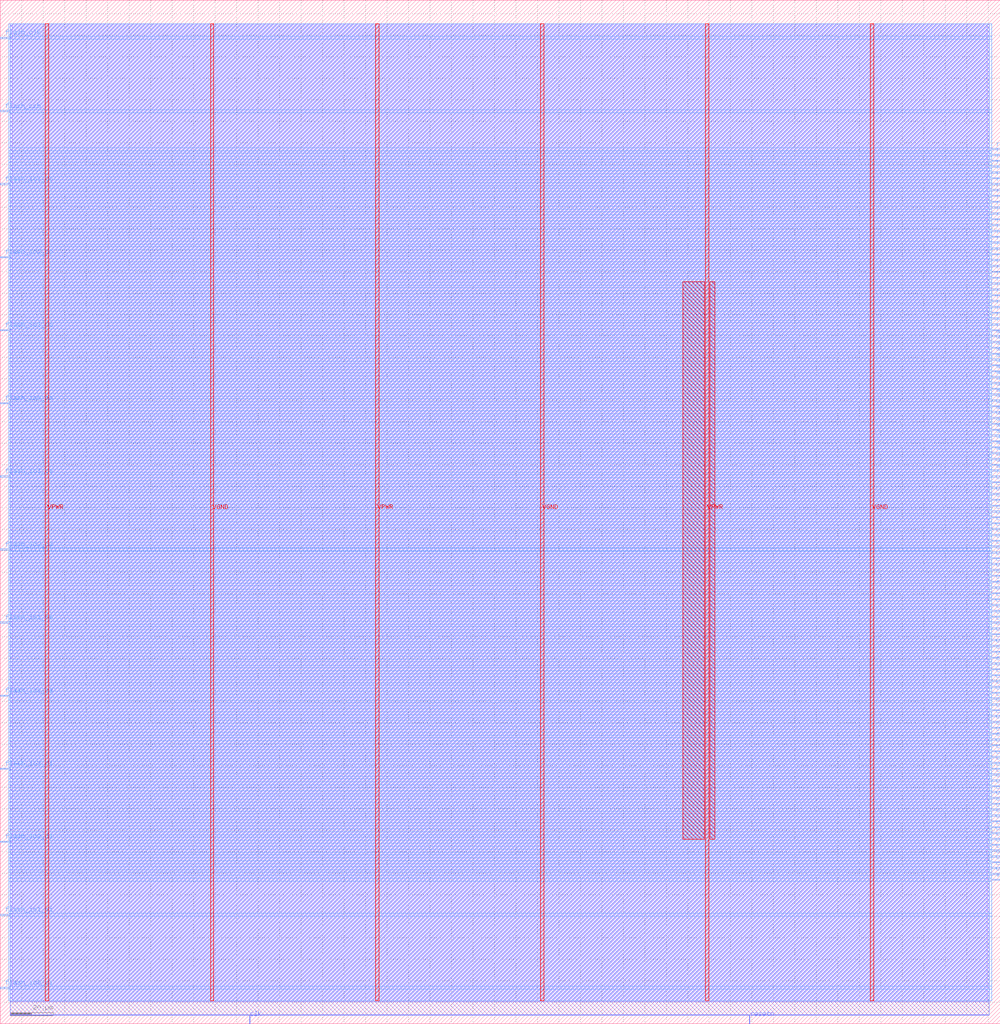
<source format=lef>
VERSION 5.7 ;
  NOWIREEXTENSIONATPIN ON ;
  DIVIDERCHAR "/" ;
  BUSBITCHARS "[]" ;
MACRO spimemio
  CLASS BLOCK ;
  FOREIGN spimemio ;
  ORIGIN 0.000 0.000 ;
  SIZE 465.515 BY 476.235 ;
  PIN VGND
    DIRECTION INOUT ;
    USE GROUND ;
    PORT
      LAYER met4 ;
        RECT 97.840 10.640 99.440 465.360 ;
    END
    PORT
      LAYER met4 ;
        RECT 251.440 10.640 253.040 465.360 ;
    END
    PORT
      LAYER met4 ;
        RECT 405.040 10.640 406.640 465.360 ;
    END
  END VGND
  PIN VPWR
    DIRECTION INOUT ;
    USE POWER ;
    PORT
      LAYER met4 ;
        RECT 21.040 10.640 22.640 465.360 ;
    END
    PORT
      LAYER met4 ;
        RECT 174.640 10.640 176.240 465.360 ;
    END
    PORT
      LAYER met4 ;
        RECT 328.240 10.640 329.840 465.360 ;
    END
  END VPWR
  PIN addr[0]
    DIRECTION INPUT ;
    USE SIGNAL ;
    ANTENNAGATEAREA 0.126000 ;
    PORT
      LAYER met3 ;
        RECT 461.515 257.080 465.515 257.680 ;
    END
  END addr[0]
  PIN addr[10]
    DIRECTION INPUT ;
    USE SIGNAL ;
    ANTENNAGATEAREA 0.213000 ;
    PORT
      LAYER met3 ;
        RECT 461.515 284.280 465.515 284.880 ;
    END
  END addr[10]
  PIN addr[11]
    DIRECTION INPUT ;
    USE SIGNAL ;
    ANTENNAGATEAREA 0.213000 ;
    PORT
      LAYER met3 ;
        RECT 461.515 287.000 465.515 287.600 ;
    END
  END addr[11]
  PIN addr[12]
    DIRECTION INPUT ;
    USE SIGNAL ;
    ANTENNAGATEAREA 0.213000 ;
    PORT
      LAYER met3 ;
        RECT 461.515 289.720 465.515 290.320 ;
    END
  END addr[12]
  PIN addr[13]
    DIRECTION INPUT ;
    USE SIGNAL ;
    ANTENNAGATEAREA 0.159000 ;
    PORT
      LAYER met3 ;
        RECT 461.515 292.440 465.515 293.040 ;
    END
  END addr[13]
  PIN addr[14]
    DIRECTION INPUT ;
    USE SIGNAL ;
    ANTENNAGATEAREA 0.159000 ;
    PORT
      LAYER met3 ;
        RECT 461.515 295.160 465.515 295.760 ;
    END
  END addr[14]
  PIN addr[15]
    DIRECTION INPUT ;
    USE SIGNAL ;
    ANTENNAGATEAREA 0.159000 ;
    PORT
      LAYER met3 ;
        RECT 461.515 297.880 465.515 298.480 ;
    END
  END addr[15]
  PIN addr[16]
    DIRECTION INPUT ;
    USE SIGNAL ;
    ANTENNAGATEAREA 0.159000 ;
    PORT
      LAYER met3 ;
        RECT 461.515 300.600 465.515 301.200 ;
    END
  END addr[16]
  PIN addr[17]
    DIRECTION INPUT ;
    USE SIGNAL ;
    ANTENNAGATEAREA 0.159000 ;
    PORT
      LAYER met3 ;
        RECT 461.515 303.320 465.515 303.920 ;
    END
  END addr[17]
  PIN addr[18]
    DIRECTION INPUT ;
    USE SIGNAL ;
    ANTENNAGATEAREA 0.213000 ;
    PORT
      LAYER met3 ;
        RECT 461.515 306.040 465.515 306.640 ;
    END
  END addr[18]
  PIN addr[19]
    DIRECTION INPUT ;
    USE SIGNAL ;
    ANTENNAGATEAREA 0.159000 ;
    PORT
      LAYER met3 ;
        RECT 461.515 308.760 465.515 309.360 ;
    END
  END addr[19]
  PIN addr[1]
    DIRECTION INPUT ;
    USE SIGNAL ;
    ANTENNAGATEAREA 0.126000 ;
    PORT
      LAYER met3 ;
        RECT 461.515 259.800 465.515 260.400 ;
    END
  END addr[1]
  PIN addr[20]
    DIRECTION INPUT ;
    USE SIGNAL ;
    ANTENNAGATEAREA 0.213000 ;
    PORT
      LAYER met3 ;
        RECT 461.515 311.480 465.515 312.080 ;
    END
  END addr[20]
  PIN addr[21]
    DIRECTION INPUT ;
    USE SIGNAL ;
    ANTENNAGATEAREA 0.213000 ;
    PORT
      LAYER met3 ;
        RECT 461.515 314.200 465.515 314.800 ;
    END
  END addr[21]
  PIN addr[22]
    DIRECTION INPUT ;
    USE SIGNAL ;
    ANTENNAGATEAREA 0.159000 ;
    PORT
      LAYER met3 ;
        RECT 461.515 316.920 465.515 317.520 ;
    END
  END addr[22]
  PIN addr[23]
    DIRECTION INPUT ;
    USE SIGNAL ;
    ANTENNAGATEAREA 0.159000 ;
    PORT
      LAYER met3 ;
        RECT 461.515 319.640 465.515 320.240 ;
    END
  END addr[23]
  PIN addr[2]
    DIRECTION INPUT ;
    USE SIGNAL ;
    ANTENNAGATEAREA 0.159000 ;
    PORT
      LAYER met3 ;
        RECT 461.515 262.520 465.515 263.120 ;
    END
  END addr[2]
  PIN addr[3]
    DIRECTION INPUT ;
    USE SIGNAL ;
    ANTENNAGATEAREA 0.159000 ;
    PORT
      LAYER met3 ;
        RECT 461.515 265.240 465.515 265.840 ;
    END
  END addr[3]
  PIN addr[4]
    DIRECTION INPUT ;
    USE SIGNAL ;
    ANTENNAGATEAREA 0.213000 ;
    PORT
      LAYER met3 ;
        RECT 461.515 267.960 465.515 268.560 ;
    END
  END addr[4]
  PIN addr[5]
    DIRECTION INPUT ;
    USE SIGNAL ;
    ANTENNAGATEAREA 0.159000 ;
    PORT
      LAYER met3 ;
        RECT 461.515 270.680 465.515 271.280 ;
    END
  END addr[5]
  PIN addr[6]
    DIRECTION INPUT ;
    USE SIGNAL ;
    ANTENNAGATEAREA 0.159000 ;
    PORT
      LAYER met3 ;
        RECT 461.515 273.400 465.515 274.000 ;
    END
  END addr[6]
  PIN addr[7]
    DIRECTION INPUT ;
    USE SIGNAL ;
    ANTENNAGATEAREA 0.159000 ;
    PORT
      LAYER met3 ;
        RECT 461.515 276.120 465.515 276.720 ;
    END
  END addr[7]
  PIN addr[8]
    DIRECTION INPUT ;
    USE SIGNAL ;
    ANTENNAGATEAREA 0.159000 ;
    PORT
      LAYER met3 ;
        RECT 461.515 278.840 465.515 279.440 ;
    END
  END addr[8]
  PIN addr[9]
    DIRECTION INPUT ;
    USE SIGNAL ;
    ANTENNAGATEAREA 0.213000 ;
    PORT
      LAYER met3 ;
        RECT 461.515 281.560 465.515 282.160 ;
    END
  END addr[9]
  PIN cfgreg_di[0]
    DIRECTION INPUT ;
    USE SIGNAL ;
    ANTENNAGATEAREA 0.196500 ;
    PORT
      LAYER met3 ;
        RECT 461.515 80.280 465.515 80.880 ;
    END
  END cfgreg_di[0]
  PIN cfgreg_di[10]
    DIRECTION INPUT ;
    USE SIGNAL ;
    ANTENNAGATEAREA 0.196500 ;
    PORT
      LAYER met3 ;
        RECT 461.515 107.480 465.515 108.080 ;
    END
  END cfgreg_di[10]
  PIN cfgreg_di[11]
    DIRECTION INPUT ;
    USE SIGNAL ;
    ANTENNAGATEAREA 0.196500 ;
    PORT
      LAYER met3 ;
        RECT 461.515 110.200 465.515 110.800 ;
    END
  END cfgreg_di[11]
  PIN cfgreg_di[12]
    DIRECTION INPUT ;
    USE SIGNAL ;
    PORT
      LAYER met3 ;
        RECT 461.515 112.920 465.515 113.520 ;
    END
  END cfgreg_di[12]
  PIN cfgreg_di[13]
    DIRECTION INPUT ;
    USE SIGNAL ;
    PORT
      LAYER met3 ;
        RECT 461.515 115.640 465.515 116.240 ;
    END
  END cfgreg_di[13]
  PIN cfgreg_di[14]
    DIRECTION INPUT ;
    USE SIGNAL ;
    PORT
      LAYER met3 ;
        RECT 461.515 118.360 465.515 118.960 ;
    END
  END cfgreg_di[14]
  PIN cfgreg_di[15]
    DIRECTION INPUT ;
    USE SIGNAL ;
    PORT
      LAYER met3 ;
        RECT 461.515 121.080 465.515 121.680 ;
    END
  END cfgreg_di[15]
  PIN cfgreg_di[16]
    DIRECTION INPUT ;
    USE SIGNAL ;
    ANTENNAGATEAREA 0.196500 ;
    PORT
      LAYER met3 ;
        RECT 461.515 123.800 465.515 124.400 ;
    END
  END cfgreg_di[16]
  PIN cfgreg_di[17]
    DIRECTION INPUT ;
    USE SIGNAL ;
    ANTENNAGATEAREA 0.196500 ;
    PORT
      LAYER met3 ;
        RECT 461.515 126.520 465.515 127.120 ;
    END
  END cfgreg_di[17]
  PIN cfgreg_di[18]
    DIRECTION INPUT ;
    USE SIGNAL ;
    ANTENNAGATEAREA 0.196500 ;
    PORT
      LAYER met3 ;
        RECT 461.515 129.240 465.515 129.840 ;
    END
  END cfgreg_di[18]
  PIN cfgreg_di[19]
    DIRECTION INPUT ;
    USE SIGNAL ;
    ANTENNAGATEAREA 0.196500 ;
    PORT
      LAYER met3 ;
        RECT 461.515 131.960 465.515 132.560 ;
    END
  END cfgreg_di[19]
  PIN cfgreg_di[1]
    DIRECTION INPUT ;
    USE SIGNAL ;
    ANTENNAGATEAREA 0.196500 ;
    PORT
      LAYER met3 ;
        RECT 461.515 83.000 465.515 83.600 ;
    END
  END cfgreg_di[1]
  PIN cfgreg_di[20]
    DIRECTION INPUT ;
    USE SIGNAL ;
    ANTENNAGATEAREA 0.196500 ;
    PORT
      LAYER met3 ;
        RECT 461.515 134.680 465.515 135.280 ;
    END
  END cfgreg_di[20]
  PIN cfgreg_di[21]
    DIRECTION INPUT ;
    USE SIGNAL ;
    ANTENNAGATEAREA 0.196500 ;
    PORT
      LAYER met3 ;
        RECT 461.515 137.400 465.515 138.000 ;
    END
  END cfgreg_di[21]
  PIN cfgreg_di[22]
    DIRECTION INPUT ;
    USE SIGNAL ;
    ANTENNAGATEAREA 0.196500 ;
    PORT
      LAYER met3 ;
        RECT 461.515 140.120 465.515 140.720 ;
    END
  END cfgreg_di[22]
  PIN cfgreg_di[23]
    DIRECTION INPUT ;
    USE SIGNAL ;
    PORT
      LAYER met3 ;
        RECT 461.515 142.840 465.515 143.440 ;
    END
  END cfgreg_di[23]
  PIN cfgreg_di[24]
    DIRECTION INPUT ;
    USE SIGNAL ;
    PORT
      LAYER met3 ;
        RECT 461.515 145.560 465.515 146.160 ;
    END
  END cfgreg_di[24]
  PIN cfgreg_di[25]
    DIRECTION INPUT ;
    USE SIGNAL ;
    PORT
      LAYER met3 ;
        RECT 461.515 148.280 465.515 148.880 ;
    END
  END cfgreg_di[25]
  PIN cfgreg_di[26]
    DIRECTION INPUT ;
    USE SIGNAL ;
    PORT
      LAYER met3 ;
        RECT 461.515 151.000 465.515 151.600 ;
    END
  END cfgreg_di[26]
  PIN cfgreg_di[27]
    DIRECTION INPUT ;
    USE SIGNAL ;
    PORT
      LAYER met3 ;
        RECT 461.515 153.720 465.515 154.320 ;
    END
  END cfgreg_di[27]
  PIN cfgreg_di[28]
    DIRECTION INPUT ;
    USE SIGNAL ;
    PORT
      LAYER met3 ;
        RECT 461.515 156.440 465.515 157.040 ;
    END
  END cfgreg_di[28]
  PIN cfgreg_di[29]
    DIRECTION INPUT ;
    USE SIGNAL ;
    PORT
      LAYER met3 ;
        RECT 461.515 159.160 465.515 159.760 ;
    END
  END cfgreg_di[29]
  PIN cfgreg_di[2]
    DIRECTION INPUT ;
    USE SIGNAL ;
    ANTENNAGATEAREA 0.196500 ;
    PORT
      LAYER met3 ;
        RECT 461.515 85.720 465.515 86.320 ;
    END
  END cfgreg_di[2]
  PIN cfgreg_di[30]
    DIRECTION INPUT ;
    USE SIGNAL ;
    PORT
      LAYER met3 ;
        RECT 461.515 161.880 465.515 162.480 ;
    END
  END cfgreg_di[30]
  PIN cfgreg_di[31]
    DIRECTION INPUT ;
    USE SIGNAL ;
    ANTENNAGATEAREA 0.196500 ;
    PORT
      LAYER met3 ;
        RECT 461.515 164.600 465.515 165.200 ;
    END
  END cfgreg_di[31]
  PIN cfgreg_di[3]
    DIRECTION INPUT ;
    USE SIGNAL ;
    ANTENNAGATEAREA 0.196500 ;
    PORT
      LAYER met3 ;
        RECT 461.515 88.440 465.515 89.040 ;
    END
  END cfgreg_di[3]
  PIN cfgreg_di[4]
    DIRECTION INPUT ;
    USE SIGNAL ;
    ANTENNAGATEAREA 0.196500 ;
    PORT
      LAYER met3 ;
        RECT 461.515 91.160 465.515 91.760 ;
    END
  END cfgreg_di[4]
  PIN cfgreg_di[5]
    DIRECTION INPUT ;
    USE SIGNAL ;
    ANTENNAGATEAREA 0.196500 ;
    PORT
      LAYER met3 ;
        RECT 461.515 93.880 465.515 94.480 ;
    END
  END cfgreg_di[5]
  PIN cfgreg_di[6]
    DIRECTION INPUT ;
    USE SIGNAL ;
    PORT
      LAYER met3 ;
        RECT 461.515 96.600 465.515 97.200 ;
    END
  END cfgreg_di[6]
  PIN cfgreg_di[7]
    DIRECTION INPUT ;
    USE SIGNAL ;
    PORT
      LAYER met3 ;
        RECT 461.515 99.320 465.515 99.920 ;
    END
  END cfgreg_di[7]
  PIN cfgreg_di[8]
    DIRECTION INPUT ;
    USE SIGNAL ;
    ANTENNAGATEAREA 0.196500 ;
    PORT
      LAYER met3 ;
        RECT 461.515 102.040 465.515 102.640 ;
    END
  END cfgreg_di[8]
  PIN cfgreg_di[9]
    DIRECTION INPUT ;
    USE SIGNAL ;
    ANTENNAGATEAREA 0.196500 ;
    PORT
      LAYER met3 ;
        RECT 461.515 104.760 465.515 105.360 ;
    END
  END cfgreg_di[9]
  PIN cfgreg_do[0]
    DIRECTION OUTPUT TRISTATE ;
    USE SIGNAL ;
    ANTENNADIFFAREA 0.340600 ;
    PORT
      LAYER met3 ;
        RECT 461.515 167.320 465.515 167.920 ;
    END
  END cfgreg_do[0]
  PIN cfgreg_do[10]
    DIRECTION OUTPUT TRISTATE ;
    USE SIGNAL ;
    ANTENNADIFFAREA 0.340600 ;
    PORT
      LAYER met3 ;
        RECT 461.515 194.520 465.515 195.120 ;
    END
  END cfgreg_do[10]
  PIN cfgreg_do[11]
    DIRECTION OUTPUT TRISTATE ;
    USE SIGNAL ;
    ANTENNADIFFAREA 0.340600 ;
    PORT
      LAYER met3 ;
        RECT 461.515 197.240 465.515 197.840 ;
    END
  END cfgreg_do[11]
  PIN cfgreg_do[12]
    DIRECTION OUTPUT TRISTATE ;
    USE SIGNAL ;
    PORT
      LAYER met3 ;
        RECT 461.515 199.960 465.515 200.560 ;
    END
  END cfgreg_do[12]
  PIN cfgreg_do[13]
    DIRECTION OUTPUT TRISTATE ;
    USE SIGNAL ;
    PORT
      LAYER met3 ;
        RECT 461.515 202.680 465.515 203.280 ;
    END
  END cfgreg_do[13]
  PIN cfgreg_do[14]
    DIRECTION OUTPUT TRISTATE ;
    USE SIGNAL ;
    PORT
      LAYER met3 ;
        RECT 461.515 205.400 465.515 206.000 ;
    END
  END cfgreg_do[14]
  PIN cfgreg_do[15]
    DIRECTION OUTPUT TRISTATE ;
    USE SIGNAL ;
    PORT
      LAYER met3 ;
        RECT 461.515 208.120 465.515 208.720 ;
    END
  END cfgreg_do[15]
  PIN cfgreg_do[16]
    DIRECTION OUTPUT TRISTATE ;
    USE SIGNAL ;
    ANTENNADIFFAREA 0.340600 ;
    PORT
      LAYER met3 ;
        RECT 461.515 210.840 465.515 211.440 ;
    END
  END cfgreg_do[16]
  PIN cfgreg_do[17]
    DIRECTION OUTPUT TRISTATE ;
    USE SIGNAL ;
    ANTENNADIFFAREA 0.340600 ;
    PORT
      LAYER met3 ;
        RECT 461.515 213.560 465.515 214.160 ;
    END
  END cfgreg_do[17]
  PIN cfgreg_do[18]
    DIRECTION OUTPUT TRISTATE ;
    USE SIGNAL ;
    ANTENNADIFFAREA 0.340600 ;
    PORT
      LAYER met3 ;
        RECT 461.515 216.280 465.515 216.880 ;
    END
  END cfgreg_do[18]
  PIN cfgreg_do[19]
    DIRECTION OUTPUT TRISTATE ;
    USE SIGNAL ;
    ANTENNADIFFAREA 0.340600 ;
    PORT
      LAYER met3 ;
        RECT 461.515 219.000 465.515 219.600 ;
    END
  END cfgreg_do[19]
  PIN cfgreg_do[1]
    DIRECTION OUTPUT TRISTATE ;
    USE SIGNAL ;
    ANTENNADIFFAREA 0.340600 ;
    PORT
      LAYER met3 ;
        RECT 461.515 170.040 465.515 170.640 ;
    END
  END cfgreg_do[1]
  PIN cfgreg_do[20]
    DIRECTION OUTPUT TRISTATE ;
    USE SIGNAL ;
    ANTENNADIFFAREA 0.340600 ;
    PORT
      LAYER met3 ;
        RECT 461.515 221.720 465.515 222.320 ;
    END
  END cfgreg_do[20]
  PIN cfgreg_do[21]
    DIRECTION OUTPUT TRISTATE ;
    USE SIGNAL ;
    ANTENNADIFFAREA 0.340600 ;
    PORT
      LAYER met3 ;
        RECT 461.515 224.440 465.515 225.040 ;
    END
  END cfgreg_do[21]
  PIN cfgreg_do[22]
    DIRECTION OUTPUT TRISTATE ;
    USE SIGNAL ;
    ANTENNADIFFAREA 0.340600 ;
    PORT
      LAYER met3 ;
        RECT 461.515 227.160 465.515 227.760 ;
    END
  END cfgreg_do[22]
  PIN cfgreg_do[23]
    DIRECTION OUTPUT TRISTATE ;
    USE SIGNAL ;
    PORT
      LAYER met3 ;
        RECT 461.515 229.880 465.515 230.480 ;
    END
  END cfgreg_do[23]
  PIN cfgreg_do[24]
    DIRECTION OUTPUT TRISTATE ;
    USE SIGNAL ;
    PORT
      LAYER met3 ;
        RECT 461.515 232.600 465.515 233.200 ;
    END
  END cfgreg_do[24]
  PIN cfgreg_do[25]
    DIRECTION OUTPUT TRISTATE ;
    USE SIGNAL ;
    PORT
      LAYER met3 ;
        RECT 461.515 235.320 465.515 235.920 ;
    END
  END cfgreg_do[25]
  PIN cfgreg_do[26]
    DIRECTION OUTPUT TRISTATE ;
    USE SIGNAL ;
    PORT
      LAYER met3 ;
        RECT 461.515 238.040 465.515 238.640 ;
    END
  END cfgreg_do[26]
  PIN cfgreg_do[27]
    DIRECTION OUTPUT TRISTATE ;
    USE SIGNAL ;
    PORT
      LAYER met3 ;
        RECT 461.515 240.760 465.515 241.360 ;
    END
  END cfgreg_do[27]
  PIN cfgreg_do[28]
    DIRECTION OUTPUT TRISTATE ;
    USE SIGNAL ;
    PORT
      LAYER met3 ;
        RECT 461.515 243.480 465.515 244.080 ;
    END
  END cfgreg_do[28]
  PIN cfgreg_do[29]
    DIRECTION OUTPUT TRISTATE ;
    USE SIGNAL ;
    PORT
      LAYER met3 ;
        RECT 461.515 246.200 465.515 246.800 ;
    END
  END cfgreg_do[29]
  PIN cfgreg_do[2]
    DIRECTION OUTPUT TRISTATE ;
    USE SIGNAL ;
    ANTENNADIFFAREA 0.340600 ;
    PORT
      LAYER met3 ;
        RECT 461.515 172.760 465.515 173.360 ;
    END
  END cfgreg_do[2]
  PIN cfgreg_do[30]
    DIRECTION OUTPUT TRISTATE ;
    USE SIGNAL ;
    PORT
      LAYER met3 ;
        RECT 461.515 248.920 465.515 249.520 ;
    END
  END cfgreg_do[30]
  PIN cfgreg_do[31]
    DIRECTION OUTPUT TRISTATE ;
    USE SIGNAL ;
    ANTENNADIFFAREA 0.340600 ;
    PORT
      LAYER met3 ;
        RECT 461.515 251.640 465.515 252.240 ;
    END
  END cfgreg_do[31]
  PIN cfgreg_do[3]
    DIRECTION OUTPUT TRISTATE ;
    USE SIGNAL ;
    ANTENNADIFFAREA 0.340600 ;
    PORT
      LAYER met3 ;
        RECT 461.515 175.480 465.515 176.080 ;
    END
  END cfgreg_do[3]
  PIN cfgreg_do[4]
    DIRECTION OUTPUT TRISTATE ;
    USE SIGNAL ;
    ANTENNADIFFAREA 0.340600 ;
    PORT
      LAYER met3 ;
        RECT 461.515 178.200 465.515 178.800 ;
    END
  END cfgreg_do[4]
  PIN cfgreg_do[5]
    DIRECTION OUTPUT TRISTATE ;
    USE SIGNAL ;
    ANTENNADIFFAREA 0.340600 ;
    PORT
      LAYER met3 ;
        RECT 461.515 180.920 465.515 181.520 ;
    END
  END cfgreg_do[5]
  PIN cfgreg_do[6]
    DIRECTION OUTPUT TRISTATE ;
    USE SIGNAL ;
    PORT
      LAYER met3 ;
        RECT 461.515 183.640 465.515 184.240 ;
    END
  END cfgreg_do[6]
  PIN cfgreg_do[7]
    DIRECTION OUTPUT TRISTATE ;
    USE SIGNAL ;
    PORT
      LAYER met3 ;
        RECT 461.515 186.360 465.515 186.960 ;
    END
  END cfgreg_do[7]
  PIN cfgreg_do[8]
    DIRECTION OUTPUT TRISTATE ;
    USE SIGNAL ;
    ANTENNADIFFAREA 0.340600 ;
    PORT
      LAYER met3 ;
        RECT 461.515 189.080 465.515 189.680 ;
    END
  END cfgreg_do[8]
  PIN cfgreg_do[9]
    DIRECTION OUTPUT TRISTATE ;
    USE SIGNAL ;
    ANTENNADIFFAREA 0.340600 ;
    PORT
      LAYER met3 ;
        RECT 461.515 191.800 465.515 192.400 ;
    END
  END cfgreg_do[9]
  PIN cfgreg_we[0]
    DIRECTION INPUT ;
    USE SIGNAL ;
    ANTENNAGATEAREA 0.159000 ;
    PORT
      LAYER met3 ;
        RECT 461.515 69.400 465.515 70.000 ;
    END
  END cfgreg_we[0]
  PIN cfgreg_we[1]
    DIRECTION INPUT ;
    USE SIGNAL ;
    ANTENNAGATEAREA 0.213000 ;
    PORT
      LAYER met3 ;
        RECT 461.515 72.120 465.515 72.720 ;
    END
  END cfgreg_we[1]
  PIN cfgreg_we[2]
    DIRECTION INPUT ;
    USE SIGNAL ;
    ANTENNAGATEAREA 0.213000 ;
    PORT
      LAYER met3 ;
        RECT 461.515 74.840 465.515 75.440 ;
    END
  END cfgreg_we[2]
  PIN cfgreg_we[3]
    DIRECTION INPUT ;
    USE SIGNAL ;
    ANTENNAGATEAREA 0.126000 ;
    PORT
      LAYER met3 ;
        RECT 461.515 77.560 465.515 78.160 ;
    END
  END cfgreg_we[3]
  PIN clk
    DIRECTION INPUT ;
    USE SIGNAL ;
    ANTENNAGATEAREA 0.852000 ;
    PORT
      LAYER met2 ;
        RECT 116.010 0.000 116.290 4.000 ;
    END
  END clk
  PIN flash_clk
    DIRECTION OUTPUT TRISTATE ;
    USE SIGNAL ;
    ANTENNADIFFAREA 0.340600 ;
    PORT
      LAYER met3 ;
        RECT 0.000 458.360 4.000 458.960 ;
    END
  END flash_clk
  PIN flash_csb
    DIRECTION OUTPUT TRISTATE ;
    USE SIGNAL ;
    ANTENNADIFFAREA 0.340600 ;
    PORT
      LAYER met3 ;
        RECT 0.000 424.360 4.000 424.960 ;
    END
  END flash_csb
  PIN flash_io0_di
    DIRECTION INPUT ;
    USE SIGNAL ;
    ANTENNAGATEAREA 0.426000 ;
    PORT
      LAYER met3 ;
        RECT 0.000 16.360 4.000 16.960 ;
    END
  END flash_io0_di
  PIN flash_io0_do
    DIRECTION OUTPUT TRISTATE ;
    USE SIGNAL ;
    ANTENNADIFFAREA 0.340600 ;
    PORT
      LAYER met3 ;
        RECT 0.000 288.360 4.000 288.960 ;
    END
  END flash_io0_do
  PIN flash_io0_oe
    DIRECTION OUTPUT TRISTATE ;
    USE SIGNAL ;
    ANTENNADIFFAREA 0.340600 ;
    PORT
      LAYER met3 ;
        RECT 0.000 152.360 4.000 152.960 ;
    END
  END flash_io0_oe
  PIN flash_io1_di
    DIRECTION INPUT ;
    USE SIGNAL ;
    ANTENNAGATEAREA 0.426000 ;
    PORT
      LAYER met3 ;
        RECT 0.000 50.360 4.000 50.960 ;
    END
  END flash_io1_di
  PIN flash_io1_do
    DIRECTION OUTPUT TRISTATE ;
    USE SIGNAL ;
    ANTENNADIFFAREA 0.340600 ;
    PORT
      LAYER met3 ;
        RECT 0.000 322.360 4.000 322.960 ;
    END
  END flash_io1_do
  PIN flash_io1_oe
    DIRECTION OUTPUT TRISTATE ;
    USE SIGNAL ;
    ANTENNADIFFAREA 0.340600 ;
    PORT
      LAYER met3 ;
        RECT 0.000 186.360 4.000 186.960 ;
    END
  END flash_io1_oe
  PIN flash_io2_di
    DIRECTION INPUT ;
    USE SIGNAL ;
    ANTENNAGATEAREA 0.426000 ;
    PORT
      LAYER met3 ;
        RECT 0.000 84.360 4.000 84.960 ;
    END
  END flash_io2_di
  PIN flash_io2_do
    DIRECTION OUTPUT TRISTATE ;
    USE SIGNAL ;
    ANTENNADIFFAREA 0.340600 ;
    PORT
      LAYER met3 ;
        RECT 0.000 356.360 4.000 356.960 ;
    END
  END flash_io2_do
  PIN flash_io2_oe
    DIRECTION OUTPUT TRISTATE ;
    USE SIGNAL ;
    ANTENNADIFFAREA 0.340600 ;
    PORT
      LAYER met3 ;
        RECT 0.000 220.360 4.000 220.960 ;
    END
  END flash_io2_oe
  PIN flash_io3_di
    DIRECTION INPUT ;
    USE SIGNAL ;
    ANTENNAGATEAREA 0.247500 ;
    PORT
      LAYER met3 ;
        RECT 0.000 118.360 4.000 118.960 ;
    END
  END flash_io3_di
  PIN flash_io3_do
    DIRECTION OUTPUT TRISTATE ;
    USE SIGNAL ;
    ANTENNADIFFAREA 0.340600 ;
    PORT
      LAYER met3 ;
        RECT 0.000 390.360 4.000 390.960 ;
    END
  END flash_io3_do
  PIN flash_io3_oe
    DIRECTION OUTPUT TRISTATE ;
    USE SIGNAL ;
    ANTENNADIFFAREA 0.340600 ;
    PORT
      LAYER met3 ;
        RECT 0.000 254.360 4.000 254.960 ;
    END
  END flash_io3_oe
  PIN rdata[0]
    DIRECTION OUTPUT TRISTATE ;
    USE SIGNAL ;
    ANTENNADIFFAREA 0.340600 ;
    PORT
      LAYER met3 ;
        RECT 461.515 322.360 465.515 322.960 ;
    END
  END rdata[0]
  PIN rdata[10]
    DIRECTION OUTPUT TRISTATE ;
    USE SIGNAL ;
    ANTENNADIFFAREA 0.340600 ;
    PORT
      LAYER met3 ;
        RECT 461.515 349.560 465.515 350.160 ;
    END
  END rdata[10]
  PIN rdata[11]
    DIRECTION OUTPUT TRISTATE ;
    USE SIGNAL ;
    ANTENNADIFFAREA 0.340600 ;
    PORT
      LAYER met3 ;
        RECT 461.515 352.280 465.515 352.880 ;
    END
  END rdata[11]
  PIN rdata[12]
    DIRECTION OUTPUT TRISTATE ;
    USE SIGNAL ;
    ANTENNADIFFAREA 0.340600 ;
    PORT
      LAYER met3 ;
        RECT 461.515 355.000 465.515 355.600 ;
    END
  END rdata[12]
  PIN rdata[13]
    DIRECTION OUTPUT TRISTATE ;
    USE SIGNAL ;
    ANTENNADIFFAREA 0.340600 ;
    PORT
      LAYER met3 ;
        RECT 461.515 357.720 465.515 358.320 ;
    END
  END rdata[13]
  PIN rdata[14]
    DIRECTION OUTPUT TRISTATE ;
    USE SIGNAL ;
    ANTENNADIFFAREA 0.340600 ;
    PORT
      LAYER met3 ;
        RECT 461.515 360.440 465.515 361.040 ;
    END
  END rdata[14]
  PIN rdata[15]
    DIRECTION OUTPUT TRISTATE ;
    USE SIGNAL ;
    ANTENNADIFFAREA 0.340600 ;
    PORT
      LAYER met3 ;
        RECT 461.515 363.160 465.515 363.760 ;
    END
  END rdata[15]
  PIN rdata[16]
    DIRECTION OUTPUT TRISTATE ;
    USE SIGNAL ;
    ANTENNADIFFAREA 0.340600 ;
    PORT
      LAYER met3 ;
        RECT 461.515 365.880 465.515 366.480 ;
    END
  END rdata[16]
  PIN rdata[17]
    DIRECTION OUTPUT TRISTATE ;
    USE SIGNAL ;
    ANTENNADIFFAREA 0.340600 ;
    PORT
      LAYER met3 ;
        RECT 461.515 368.600 465.515 369.200 ;
    END
  END rdata[17]
  PIN rdata[18]
    DIRECTION OUTPUT TRISTATE ;
    USE SIGNAL ;
    ANTENNADIFFAREA 0.340600 ;
    PORT
      LAYER met3 ;
        RECT 461.515 371.320 465.515 371.920 ;
    END
  END rdata[18]
  PIN rdata[19]
    DIRECTION OUTPUT TRISTATE ;
    USE SIGNAL ;
    ANTENNADIFFAREA 0.340600 ;
    PORT
      LAYER met3 ;
        RECT 461.515 374.040 465.515 374.640 ;
    END
  END rdata[19]
  PIN rdata[1]
    DIRECTION OUTPUT TRISTATE ;
    USE SIGNAL ;
    ANTENNADIFFAREA 0.340600 ;
    PORT
      LAYER met3 ;
        RECT 461.515 325.080 465.515 325.680 ;
    END
  END rdata[1]
  PIN rdata[20]
    DIRECTION OUTPUT TRISTATE ;
    USE SIGNAL ;
    ANTENNADIFFAREA 0.340600 ;
    PORT
      LAYER met3 ;
        RECT 461.515 376.760 465.515 377.360 ;
    END
  END rdata[20]
  PIN rdata[21]
    DIRECTION OUTPUT TRISTATE ;
    USE SIGNAL ;
    ANTENNADIFFAREA 0.340600 ;
    PORT
      LAYER met3 ;
        RECT 461.515 379.480 465.515 380.080 ;
    END
  END rdata[21]
  PIN rdata[22]
    DIRECTION OUTPUT TRISTATE ;
    USE SIGNAL ;
    ANTENNADIFFAREA 0.340600 ;
    PORT
      LAYER met3 ;
        RECT 461.515 382.200 465.515 382.800 ;
    END
  END rdata[22]
  PIN rdata[23]
    DIRECTION OUTPUT TRISTATE ;
    USE SIGNAL ;
    ANTENNADIFFAREA 0.340600 ;
    PORT
      LAYER met3 ;
        RECT 461.515 384.920 465.515 385.520 ;
    END
  END rdata[23]
  PIN rdata[24]
    DIRECTION OUTPUT TRISTATE ;
    USE SIGNAL ;
    ANTENNADIFFAREA 0.340600 ;
    PORT
      LAYER met3 ;
        RECT 461.515 387.640 465.515 388.240 ;
    END
  END rdata[24]
  PIN rdata[25]
    DIRECTION OUTPUT TRISTATE ;
    USE SIGNAL ;
    ANTENNADIFFAREA 0.340600 ;
    PORT
      LAYER met3 ;
        RECT 461.515 390.360 465.515 390.960 ;
    END
  END rdata[25]
  PIN rdata[26]
    DIRECTION OUTPUT TRISTATE ;
    USE SIGNAL ;
    ANTENNADIFFAREA 0.340600 ;
    PORT
      LAYER met3 ;
        RECT 461.515 393.080 465.515 393.680 ;
    END
  END rdata[26]
  PIN rdata[27]
    DIRECTION OUTPUT TRISTATE ;
    USE SIGNAL ;
    ANTENNADIFFAREA 0.340600 ;
    PORT
      LAYER met3 ;
        RECT 461.515 395.800 465.515 396.400 ;
    END
  END rdata[27]
  PIN rdata[28]
    DIRECTION OUTPUT TRISTATE ;
    USE SIGNAL ;
    ANTENNADIFFAREA 0.340600 ;
    PORT
      LAYER met3 ;
        RECT 461.515 398.520 465.515 399.120 ;
    END
  END rdata[28]
  PIN rdata[29]
    DIRECTION OUTPUT TRISTATE ;
    USE SIGNAL ;
    ANTENNADIFFAREA 0.340600 ;
    PORT
      LAYER met3 ;
        RECT 461.515 401.240 465.515 401.840 ;
    END
  END rdata[29]
  PIN rdata[2]
    DIRECTION OUTPUT TRISTATE ;
    USE SIGNAL ;
    ANTENNADIFFAREA 0.340600 ;
    PORT
      LAYER met3 ;
        RECT 461.515 327.800 465.515 328.400 ;
    END
  END rdata[2]
  PIN rdata[30]
    DIRECTION OUTPUT TRISTATE ;
    USE SIGNAL ;
    ANTENNADIFFAREA 0.340600 ;
    PORT
      LAYER met3 ;
        RECT 461.515 403.960 465.515 404.560 ;
    END
  END rdata[30]
  PIN rdata[31]
    DIRECTION OUTPUT TRISTATE ;
    USE SIGNAL ;
    ANTENNADIFFAREA 0.340600 ;
    PORT
      LAYER met3 ;
        RECT 461.515 406.680 465.515 407.280 ;
    END
  END rdata[31]
  PIN rdata[3]
    DIRECTION OUTPUT TRISTATE ;
    USE SIGNAL ;
    ANTENNADIFFAREA 0.340600 ;
    PORT
      LAYER met3 ;
        RECT 461.515 330.520 465.515 331.120 ;
    END
  END rdata[3]
  PIN rdata[4]
    DIRECTION OUTPUT TRISTATE ;
    USE SIGNAL ;
    ANTENNADIFFAREA 0.340600 ;
    PORT
      LAYER met3 ;
        RECT 461.515 333.240 465.515 333.840 ;
    END
  END rdata[4]
  PIN rdata[5]
    DIRECTION OUTPUT TRISTATE ;
    USE SIGNAL ;
    ANTENNADIFFAREA 0.340600 ;
    PORT
      LAYER met3 ;
        RECT 461.515 335.960 465.515 336.560 ;
    END
  END rdata[5]
  PIN rdata[6]
    DIRECTION OUTPUT TRISTATE ;
    USE SIGNAL ;
    ANTENNADIFFAREA 0.340600 ;
    PORT
      LAYER met3 ;
        RECT 461.515 338.680 465.515 339.280 ;
    END
  END rdata[6]
  PIN rdata[7]
    DIRECTION OUTPUT TRISTATE ;
    USE SIGNAL ;
    ANTENNADIFFAREA 0.340600 ;
    PORT
      LAYER met3 ;
        RECT 461.515 341.400 465.515 342.000 ;
    END
  END rdata[7]
  PIN rdata[8]
    DIRECTION OUTPUT TRISTATE ;
    USE SIGNAL ;
    ANTENNADIFFAREA 0.340600 ;
    PORT
      LAYER met3 ;
        RECT 461.515 344.120 465.515 344.720 ;
    END
  END rdata[8]
  PIN rdata[9]
    DIRECTION OUTPUT TRISTATE ;
    USE SIGNAL ;
    ANTENNADIFFAREA 0.340600 ;
    PORT
      LAYER met3 ;
        RECT 461.515 346.840 465.515 347.440 ;
    END
  END rdata[9]
  PIN ready
    DIRECTION OUTPUT TRISTATE ;
    USE SIGNAL ;
    ANTENNADIFFAREA 0.340600 ;
    PORT
      LAYER met3 ;
        RECT 461.515 254.360 465.515 254.960 ;
    END
  END ready
  PIN resetn
    DIRECTION INPUT ;
    USE SIGNAL ;
    ANTENNAGATEAREA 0.213000 ;
    PORT
      LAYER met2 ;
        RECT 348.770 0.000 349.050 4.000 ;
    END
  END resetn
  PIN valid
    DIRECTION INPUT ;
    USE SIGNAL ;
    ANTENNAGATEAREA 0.213000 ;
    PORT
      LAYER met3 ;
        RECT 461.515 66.680 465.515 67.280 ;
    END
  END valid
  OBS
      LAYER li1 ;
        RECT 5.520 10.795 459.540 465.205 ;
      LAYER met1 ;
        RECT 4.670 10.240 460.390 465.360 ;
      LAYER met2 ;
        RECT 4.690 4.280 460.370 465.305 ;
        RECT 4.690 4.000 115.730 4.280 ;
        RECT 116.570 4.000 348.490 4.280 ;
        RECT 349.330 4.000 460.370 4.280 ;
      LAYER met3 ;
        RECT 3.990 459.360 461.515 465.285 ;
        RECT 4.400 457.960 461.515 459.360 ;
        RECT 3.990 425.360 461.515 457.960 ;
        RECT 4.400 423.960 461.515 425.360 ;
        RECT 3.990 407.680 461.515 423.960 ;
        RECT 3.990 406.280 461.115 407.680 ;
        RECT 3.990 404.960 461.515 406.280 ;
        RECT 3.990 403.560 461.115 404.960 ;
        RECT 3.990 402.240 461.515 403.560 ;
        RECT 3.990 400.840 461.115 402.240 ;
        RECT 3.990 399.520 461.515 400.840 ;
        RECT 3.990 398.120 461.115 399.520 ;
        RECT 3.990 396.800 461.515 398.120 ;
        RECT 3.990 395.400 461.115 396.800 ;
        RECT 3.990 394.080 461.515 395.400 ;
        RECT 3.990 392.680 461.115 394.080 ;
        RECT 3.990 391.360 461.515 392.680 ;
        RECT 4.400 389.960 461.115 391.360 ;
        RECT 3.990 388.640 461.515 389.960 ;
        RECT 3.990 387.240 461.115 388.640 ;
        RECT 3.990 385.920 461.515 387.240 ;
        RECT 3.990 384.520 461.115 385.920 ;
        RECT 3.990 383.200 461.515 384.520 ;
        RECT 3.990 381.800 461.115 383.200 ;
        RECT 3.990 380.480 461.515 381.800 ;
        RECT 3.990 379.080 461.115 380.480 ;
        RECT 3.990 377.760 461.515 379.080 ;
        RECT 3.990 376.360 461.115 377.760 ;
        RECT 3.990 375.040 461.515 376.360 ;
        RECT 3.990 373.640 461.115 375.040 ;
        RECT 3.990 372.320 461.515 373.640 ;
        RECT 3.990 370.920 461.115 372.320 ;
        RECT 3.990 369.600 461.515 370.920 ;
        RECT 3.990 368.200 461.115 369.600 ;
        RECT 3.990 366.880 461.515 368.200 ;
        RECT 3.990 365.480 461.115 366.880 ;
        RECT 3.990 364.160 461.515 365.480 ;
        RECT 3.990 362.760 461.115 364.160 ;
        RECT 3.990 361.440 461.515 362.760 ;
        RECT 3.990 360.040 461.115 361.440 ;
        RECT 3.990 358.720 461.515 360.040 ;
        RECT 3.990 357.360 461.115 358.720 ;
        RECT 4.400 357.320 461.115 357.360 ;
        RECT 4.400 356.000 461.515 357.320 ;
        RECT 4.400 355.960 461.115 356.000 ;
        RECT 3.990 354.600 461.115 355.960 ;
        RECT 3.990 353.280 461.515 354.600 ;
        RECT 3.990 351.880 461.115 353.280 ;
        RECT 3.990 350.560 461.515 351.880 ;
        RECT 3.990 349.160 461.115 350.560 ;
        RECT 3.990 347.840 461.515 349.160 ;
        RECT 3.990 346.440 461.115 347.840 ;
        RECT 3.990 345.120 461.515 346.440 ;
        RECT 3.990 343.720 461.115 345.120 ;
        RECT 3.990 342.400 461.515 343.720 ;
        RECT 3.990 341.000 461.115 342.400 ;
        RECT 3.990 339.680 461.515 341.000 ;
        RECT 3.990 338.280 461.115 339.680 ;
        RECT 3.990 336.960 461.515 338.280 ;
        RECT 3.990 335.560 461.115 336.960 ;
        RECT 3.990 334.240 461.515 335.560 ;
        RECT 3.990 332.840 461.115 334.240 ;
        RECT 3.990 331.520 461.515 332.840 ;
        RECT 3.990 330.120 461.115 331.520 ;
        RECT 3.990 328.800 461.515 330.120 ;
        RECT 3.990 327.400 461.115 328.800 ;
        RECT 3.990 326.080 461.515 327.400 ;
        RECT 3.990 324.680 461.115 326.080 ;
        RECT 3.990 323.360 461.515 324.680 ;
        RECT 4.400 321.960 461.115 323.360 ;
        RECT 3.990 320.640 461.515 321.960 ;
        RECT 3.990 319.240 461.115 320.640 ;
        RECT 3.990 317.920 461.515 319.240 ;
        RECT 3.990 316.520 461.115 317.920 ;
        RECT 3.990 315.200 461.515 316.520 ;
        RECT 3.990 313.800 461.115 315.200 ;
        RECT 3.990 312.480 461.515 313.800 ;
        RECT 3.990 311.080 461.115 312.480 ;
        RECT 3.990 309.760 461.515 311.080 ;
        RECT 3.990 308.360 461.115 309.760 ;
        RECT 3.990 307.040 461.515 308.360 ;
        RECT 3.990 305.640 461.115 307.040 ;
        RECT 3.990 304.320 461.515 305.640 ;
        RECT 3.990 302.920 461.115 304.320 ;
        RECT 3.990 301.600 461.515 302.920 ;
        RECT 3.990 300.200 461.115 301.600 ;
        RECT 3.990 298.880 461.515 300.200 ;
        RECT 3.990 297.480 461.115 298.880 ;
        RECT 3.990 296.160 461.515 297.480 ;
        RECT 3.990 294.760 461.115 296.160 ;
        RECT 3.990 293.440 461.515 294.760 ;
        RECT 3.990 292.040 461.115 293.440 ;
        RECT 3.990 290.720 461.515 292.040 ;
        RECT 3.990 289.360 461.115 290.720 ;
        RECT 4.400 289.320 461.115 289.360 ;
        RECT 4.400 288.000 461.515 289.320 ;
        RECT 4.400 287.960 461.115 288.000 ;
        RECT 3.990 286.600 461.115 287.960 ;
        RECT 3.990 285.280 461.515 286.600 ;
        RECT 3.990 283.880 461.115 285.280 ;
        RECT 3.990 282.560 461.515 283.880 ;
        RECT 3.990 281.160 461.115 282.560 ;
        RECT 3.990 279.840 461.515 281.160 ;
        RECT 3.990 278.440 461.115 279.840 ;
        RECT 3.990 277.120 461.515 278.440 ;
        RECT 3.990 275.720 461.115 277.120 ;
        RECT 3.990 274.400 461.515 275.720 ;
        RECT 3.990 273.000 461.115 274.400 ;
        RECT 3.990 271.680 461.515 273.000 ;
        RECT 3.990 270.280 461.115 271.680 ;
        RECT 3.990 268.960 461.515 270.280 ;
        RECT 3.990 267.560 461.115 268.960 ;
        RECT 3.990 266.240 461.515 267.560 ;
        RECT 3.990 264.840 461.115 266.240 ;
        RECT 3.990 263.520 461.515 264.840 ;
        RECT 3.990 262.120 461.115 263.520 ;
        RECT 3.990 260.800 461.515 262.120 ;
        RECT 3.990 259.400 461.115 260.800 ;
        RECT 3.990 258.080 461.515 259.400 ;
        RECT 3.990 256.680 461.115 258.080 ;
        RECT 3.990 255.360 461.515 256.680 ;
        RECT 4.400 253.960 461.115 255.360 ;
        RECT 3.990 252.640 461.515 253.960 ;
        RECT 3.990 251.240 461.115 252.640 ;
        RECT 3.990 249.920 461.515 251.240 ;
        RECT 3.990 248.520 461.115 249.920 ;
        RECT 3.990 247.200 461.515 248.520 ;
        RECT 3.990 245.800 461.115 247.200 ;
        RECT 3.990 244.480 461.515 245.800 ;
        RECT 3.990 243.080 461.115 244.480 ;
        RECT 3.990 241.760 461.515 243.080 ;
        RECT 3.990 240.360 461.115 241.760 ;
        RECT 3.990 239.040 461.515 240.360 ;
        RECT 3.990 237.640 461.115 239.040 ;
        RECT 3.990 236.320 461.515 237.640 ;
        RECT 3.990 234.920 461.115 236.320 ;
        RECT 3.990 233.600 461.515 234.920 ;
        RECT 3.990 232.200 461.115 233.600 ;
        RECT 3.990 230.880 461.515 232.200 ;
        RECT 3.990 229.480 461.115 230.880 ;
        RECT 3.990 228.160 461.515 229.480 ;
        RECT 3.990 226.760 461.115 228.160 ;
        RECT 3.990 225.440 461.515 226.760 ;
        RECT 3.990 224.040 461.115 225.440 ;
        RECT 3.990 222.720 461.515 224.040 ;
        RECT 3.990 221.360 461.115 222.720 ;
        RECT 4.400 221.320 461.115 221.360 ;
        RECT 4.400 220.000 461.515 221.320 ;
        RECT 4.400 219.960 461.115 220.000 ;
        RECT 3.990 218.600 461.115 219.960 ;
        RECT 3.990 217.280 461.515 218.600 ;
        RECT 3.990 215.880 461.115 217.280 ;
        RECT 3.990 214.560 461.515 215.880 ;
        RECT 3.990 213.160 461.115 214.560 ;
        RECT 3.990 211.840 461.515 213.160 ;
        RECT 3.990 210.440 461.115 211.840 ;
        RECT 3.990 209.120 461.515 210.440 ;
        RECT 3.990 207.720 461.115 209.120 ;
        RECT 3.990 206.400 461.515 207.720 ;
        RECT 3.990 205.000 461.115 206.400 ;
        RECT 3.990 203.680 461.515 205.000 ;
        RECT 3.990 202.280 461.115 203.680 ;
        RECT 3.990 200.960 461.515 202.280 ;
        RECT 3.990 199.560 461.115 200.960 ;
        RECT 3.990 198.240 461.515 199.560 ;
        RECT 3.990 196.840 461.115 198.240 ;
        RECT 3.990 195.520 461.515 196.840 ;
        RECT 3.990 194.120 461.115 195.520 ;
        RECT 3.990 192.800 461.515 194.120 ;
        RECT 3.990 191.400 461.115 192.800 ;
        RECT 3.990 190.080 461.515 191.400 ;
        RECT 3.990 188.680 461.115 190.080 ;
        RECT 3.990 187.360 461.515 188.680 ;
        RECT 4.400 185.960 461.115 187.360 ;
        RECT 3.990 184.640 461.515 185.960 ;
        RECT 3.990 183.240 461.115 184.640 ;
        RECT 3.990 181.920 461.515 183.240 ;
        RECT 3.990 180.520 461.115 181.920 ;
        RECT 3.990 179.200 461.515 180.520 ;
        RECT 3.990 177.800 461.115 179.200 ;
        RECT 3.990 176.480 461.515 177.800 ;
        RECT 3.990 175.080 461.115 176.480 ;
        RECT 3.990 173.760 461.515 175.080 ;
        RECT 3.990 172.360 461.115 173.760 ;
        RECT 3.990 171.040 461.515 172.360 ;
        RECT 3.990 169.640 461.115 171.040 ;
        RECT 3.990 168.320 461.515 169.640 ;
        RECT 3.990 166.920 461.115 168.320 ;
        RECT 3.990 165.600 461.515 166.920 ;
        RECT 3.990 164.200 461.115 165.600 ;
        RECT 3.990 162.880 461.515 164.200 ;
        RECT 3.990 161.480 461.115 162.880 ;
        RECT 3.990 160.160 461.515 161.480 ;
        RECT 3.990 158.760 461.115 160.160 ;
        RECT 3.990 157.440 461.515 158.760 ;
        RECT 3.990 156.040 461.115 157.440 ;
        RECT 3.990 154.720 461.515 156.040 ;
        RECT 3.990 153.360 461.115 154.720 ;
        RECT 4.400 153.320 461.115 153.360 ;
        RECT 4.400 152.000 461.515 153.320 ;
        RECT 4.400 151.960 461.115 152.000 ;
        RECT 3.990 150.600 461.115 151.960 ;
        RECT 3.990 149.280 461.515 150.600 ;
        RECT 3.990 147.880 461.115 149.280 ;
        RECT 3.990 146.560 461.515 147.880 ;
        RECT 3.990 145.160 461.115 146.560 ;
        RECT 3.990 143.840 461.515 145.160 ;
        RECT 3.990 142.440 461.115 143.840 ;
        RECT 3.990 141.120 461.515 142.440 ;
        RECT 3.990 139.720 461.115 141.120 ;
        RECT 3.990 138.400 461.515 139.720 ;
        RECT 3.990 137.000 461.115 138.400 ;
        RECT 3.990 135.680 461.515 137.000 ;
        RECT 3.990 134.280 461.115 135.680 ;
        RECT 3.990 132.960 461.515 134.280 ;
        RECT 3.990 131.560 461.115 132.960 ;
        RECT 3.990 130.240 461.515 131.560 ;
        RECT 3.990 128.840 461.115 130.240 ;
        RECT 3.990 127.520 461.515 128.840 ;
        RECT 3.990 126.120 461.115 127.520 ;
        RECT 3.990 124.800 461.515 126.120 ;
        RECT 3.990 123.400 461.115 124.800 ;
        RECT 3.990 122.080 461.515 123.400 ;
        RECT 3.990 120.680 461.115 122.080 ;
        RECT 3.990 119.360 461.515 120.680 ;
        RECT 4.400 117.960 461.115 119.360 ;
        RECT 3.990 116.640 461.515 117.960 ;
        RECT 3.990 115.240 461.115 116.640 ;
        RECT 3.990 113.920 461.515 115.240 ;
        RECT 3.990 112.520 461.115 113.920 ;
        RECT 3.990 111.200 461.515 112.520 ;
        RECT 3.990 109.800 461.115 111.200 ;
        RECT 3.990 108.480 461.515 109.800 ;
        RECT 3.990 107.080 461.115 108.480 ;
        RECT 3.990 105.760 461.515 107.080 ;
        RECT 3.990 104.360 461.115 105.760 ;
        RECT 3.990 103.040 461.515 104.360 ;
        RECT 3.990 101.640 461.115 103.040 ;
        RECT 3.990 100.320 461.515 101.640 ;
        RECT 3.990 98.920 461.115 100.320 ;
        RECT 3.990 97.600 461.515 98.920 ;
        RECT 3.990 96.200 461.115 97.600 ;
        RECT 3.990 94.880 461.515 96.200 ;
        RECT 3.990 93.480 461.115 94.880 ;
        RECT 3.990 92.160 461.515 93.480 ;
        RECT 3.990 90.760 461.115 92.160 ;
        RECT 3.990 89.440 461.515 90.760 ;
        RECT 3.990 88.040 461.115 89.440 ;
        RECT 3.990 86.720 461.515 88.040 ;
        RECT 3.990 85.360 461.115 86.720 ;
        RECT 4.400 85.320 461.115 85.360 ;
        RECT 4.400 84.000 461.515 85.320 ;
        RECT 4.400 83.960 461.115 84.000 ;
        RECT 3.990 82.600 461.115 83.960 ;
        RECT 3.990 81.280 461.515 82.600 ;
        RECT 3.990 79.880 461.115 81.280 ;
        RECT 3.990 78.560 461.515 79.880 ;
        RECT 3.990 77.160 461.115 78.560 ;
        RECT 3.990 75.840 461.515 77.160 ;
        RECT 3.990 74.440 461.115 75.840 ;
        RECT 3.990 73.120 461.515 74.440 ;
        RECT 3.990 71.720 461.115 73.120 ;
        RECT 3.990 70.400 461.515 71.720 ;
        RECT 3.990 69.000 461.115 70.400 ;
        RECT 3.990 67.680 461.515 69.000 ;
        RECT 3.990 66.280 461.115 67.680 ;
        RECT 3.990 51.360 461.515 66.280 ;
        RECT 4.400 49.960 461.515 51.360 ;
        RECT 3.990 17.360 461.515 49.960 ;
        RECT 4.400 15.960 461.515 17.360 ;
        RECT 3.990 10.715 461.515 15.960 ;
      LAYER met4 ;
        RECT 317.695 85.855 327.840 345.265 ;
        RECT 330.240 85.855 332.745 345.265 ;
  END
END spimemio
END LIBRARY


</source>
